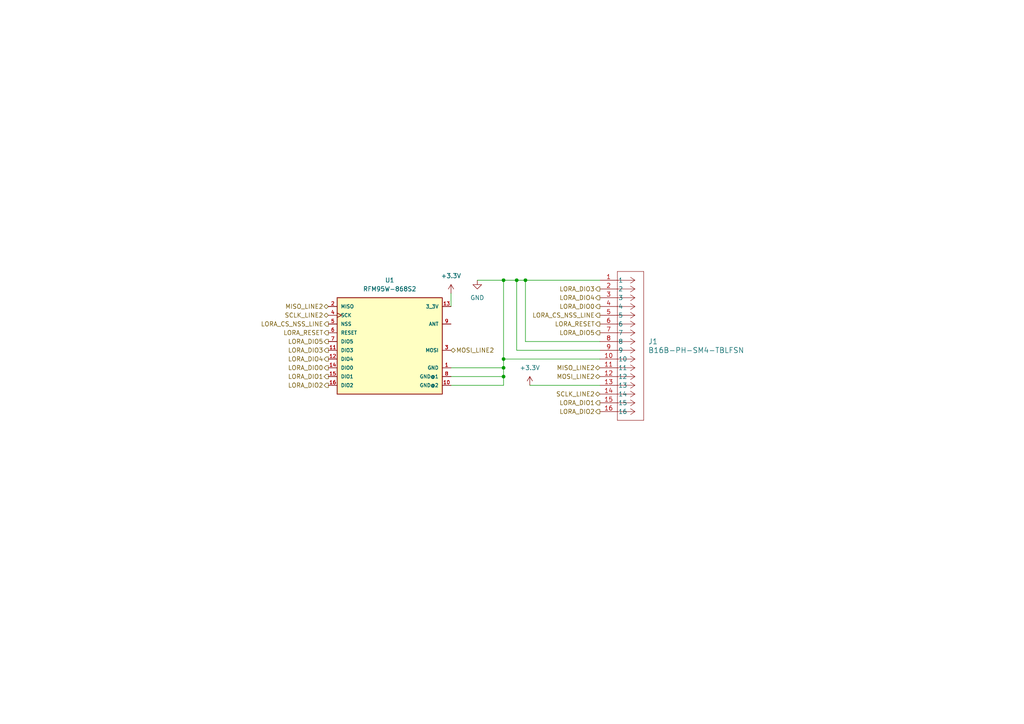
<source format=kicad_sch>
(kicad_sch (version 20250114) (generator "eeschema") (generator_version "9.0")
  (paper "A4")
  (lib_symbols
    (symbol "B16B_PH_SM4_TB_LF__SN_:B16B-PH-SM4-TBLFSN" (pin_names (offset 0.254))
      (property "Reference" "J" (at 8.89 6.35 0))
      (property "Value" "B16B-PH-SM4-TBLFSN" (at 0 0 0))
      (symbol "B16B-PH-SM4-TBLFSN_1_1"
        (polyline (pts (xy 5.08 2.54) (xy 5.08 -40.64)) (stroke (width 0.127)))
        (polyline (pts (xy 5.08 -40.64) (xy 12.7 -40.64)) (stroke (width 0.127)))
        (polyline (pts (xy 10.16 0) (xy 5.08 0)) (stroke (width 0.127)))
        (polyline (pts (xy 10.16 0) (xy 8.89 0.8467)) (stroke (width 0.127)))
        (polyline (pts (xy 10.16 0) (xy 8.89 -0.8467)) (stroke (width 0.127)))
        (polyline (pts (xy 10.16 -2.54) (xy 5.08 -2.54)) (stroke (width 0.127)))
        (polyline (pts (xy 10.16 -2.54) (xy 8.89 -1.6933)) (stroke (width 0.127)))
        (polyline (pts (xy 10.16 -2.54) (xy 8.89 -3.3867)) (stroke (width 0.127)))
        (polyline (pts (xy 10.16 -5.08) (xy 5.08 -5.08)) (stroke (width 0.127)))
        (polyline (pts (xy 10.16 -5.08) (xy 8.89 -4.2333)) (stroke (width 0.127)))
        (polyline (pts (xy 10.16 -5.08) (xy 8.89 -5.9267)) (stroke (width 0.127)))
        (polyline (pts (xy 10.16 -7.62) (xy 5.08 -7.62)) (stroke (width 0.127)))
        (polyline (pts (xy 10.16 -7.62) (xy 8.89 -6.7733)) (stroke (width 0.127)))
        (polyline (pts (xy 10.16 -7.62) (xy 8.89 -8.4667)) (stroke (width 0.127)))
        (polyline (pts (xy 10.16 -10.16) (xy 5.08 -10.16)) (stroke (width 0.127)))
        (polyline (pts (xy 10.16 -10.16) (xy 8.89 -9.3133)) (stroke (width 0.127)))
        (polyline (pts (xy 10.16 -10.16) (xy 8.89 -11.0067)) (stroke (width 0.127)))
        (polyline (pts (xy 10.16 -12.7) (xy 5.08 -12.7)) (stroke (width 0.127)))
        (polyline (pts (xy 10.16 -12.7) (xy 8.89 -11.8533)) (stroke (width 0.127)))
        (polyline (pts (xy 10.16 -12.7) (xy 8.89 -13.5467)) (stroke (width 0.127)))
        (polyline (pts (xy 10.16 -15.24) (xy 5.08 -15.24)) (stroke (width 0.127)))
        (polyline (pts (xy 10.16 -15.24) (xy 8.89 -14.3933)) (stroke (width 0.127)))
        (polyline (pts (xy 10.16 -15.24) (xy 8.89 -16.0867)) (stroke (width 0.127)))
        (polyline (pts (xy 10.16 -17.78) (xy 5.08 -17.78)) (stroke (width 0.127)))
        (polyline (pts (xy 10.16 -17.78) (xy 8.89 -16.9333)) (stroke (width 0.127)))
        (polyline (pts (xy 10.16 -17.78) (xy 8.89 -18.6267)) (stroke (width 0.127)))
        (polyline (pts (xy 10.16 -20.32) (xy 5.08 -20.32)) (stroke (width 0.127)))
        (polyline (pts (xy 10.16 -20.32) (xy 8.89 -19.4733)) (stroke (width 0.127)))
        (polyline (pts (xy 10.16 -20.32) (xy 8.89 -21.1667)) (stroke (width 0.127)))
        (polyline (pts (xy 10.16 -22.86) (xy 5.08 -22.86)) (stroke (width 0.127)))
        (polyline (pts (xy 10.16 -22.86) (xy 8.89 -22.0133)) (stroke (width 0.127)))
        (polyline (pts (xy 10.16 -22.86) (xy 8.89 -23.7067)) (stroke (width 0.127)))
        (polyline (pts (xy 10.16 -25.4) (xy 5.08 -25.4)) (stroke (width 0.127)))
        (polyline (pts (xy 10.16 -25.4) (xy 8.89 -24.5533)) (stroke (width 0.127)))
        (polyline (pts (xy 10.16 -25.4) (xy 8.89 -26.2467)) (stroke (width 0.127)))
        (polyline (pts (xy 10.16 -27.94) (xy 5.08 -27.94)) (stroke (width 0.127)))
        (polyline (pts (xy 10.16 -27.94) (xy 8.89 -27.0933)) (stroke (width 0.127)))
        (polyline (pts (xy 10.16 -27.94) (xy 8.89 -28.7867)) (stroke (width 0.127)))
        (polyline (pts (xy 10.16 -30.48) (xy 5.08 -30.48)) (stroke (width 0.127)))
        (polyline (pts (xy 10.16 -30.48) (xy 8.89 -29.6333)) (stroke (width 0.127)))
        (polyline (pts (xy 10.16 -30.48) (xy 8.89 -31.3267)) (stroke (width 0.127)))
        (polyline (pts (xy 10.16 -33.02) (xy 5.08 -33.02)) (stroke (width 0.127)))
        (polyline (pts (xy 10.16 -33.02) (xy 8.89 -32.1733)) (stroke (width 0.127)))
        (polyline (pts (xy 10.16 -33.02) (xy 8.89 -33.8667)) (stroke (width 0.127)))
        (polyline (pts (xy 10.16 -35.56) (xy 5.08 -35.56)) (stroke (width 0.127)))
        (polyline (pts (xy 10.16 -35.56) (xy 8.89 -34.7133)) (stroke (width 0.127)))
        (polyline (pts (xy 10.16 -35.56) (xy 8.89 -36.4067)) (stroke (width 0.127)))
        (polyline (pts (xy 10.16 -38.1) (xy 5.08 -38.1)) (stroke (width 0.127)))
        (polyline (pts (xy 10.16 -38.1) (xy 8.89 -37.2533)) (stroke (width 0.127)))
        (polyline (pts (xy 10.16 -38.1) (xy 8.89 -38.9467)) (stroke (width 0.127)))
        (polyline (pts (xy 12.7 2.54) (xy 5.08 2.54)) (stroke (width 0.127)))
        (polyline (pts (xy 12.7 -40.64) (xy 12.7 2.54)) (stroke (width 0.127)))
        (pin unspecified line (at 0 0 0) (length 5.08) (name "1") (number "1"))
        (pin unspecified line (at 0 -2.54 0) (length 5.08) (name "2") (number "2"))
        (pin unspecified line (at 0 -5.08 0) (length 5.08) (name "3") (number "3"))
        (pin unspecified line (at 0 -7.62 0) (length 5.08) (name "4") (number "4"))
        (pin unspecified line (at 0 -10.16 0) (length 5.08) (name "5") (number "5"))
        (pin unspecified line (at 0 -12.7 0) (length 5.08) (name "6") (number "6"))
        (pin unspecified line (at 0 -15.24 0) (length 5.08) (name "7") (number "7"))
        (pin unspecified line (at 0 -17.78 0) (length 5.08) (name "8") (number "8"))
        (pin unspecified line (at 0 -20.32 0) (length 5.08) (name "9") (number "9"))
        (pin unspecified line (at 0 -22.86 0) (length 5.08) (name "10") (number "10"))
        (pin unspecified line (at 0 -25.4 0) (length 5.08) (name "11") (number "11"))
        (pin unspecified line (at 0 -27.94 0) (length 5.08) (name "12") (number "12"))
        (pin unspecified line (at 0 -30.48 0) (length 5.08) (name "13") (number "13"))
        (pin unspecified line (at 0 -33.02 0) (length 5.08) (name "14") (number "14"))
        (pin unspecified line (at 0 -35.56 0) (length 5.08) (name "15") (number "15"))
        (pin unspecified line (at 0 -38.1 0) (length 5.08) (name "16") (number "16"))
      )
      (symbol "B16B-PH-SM4-TBLFSN_1_2"
        (polyline (pts (xy 5.08 2.54) (xy 5.08 -40.64)) (stroke (width 0.127)))
        (polyline (pts (xy 5.08 -40.64) (xy 12.7 -40.64)) (stroke (width 0.127)))
        (polyline (pts (xy 7.62 0) (xy 5.08 0)) (stroke (width 0.127)))
        (polyline (pts (xy 7.62 0) (xy 8.89 0.8467)) (stroke (width 0.127)))
        (polyline (pts (xy 7.62 0) (xy 8.89 -0.8467)) (stroke (width 0.127)))
        (polyline (pts (xy 7.62 -2.54) (xy 5.08 -2.54)) (stroke (width 0.127)))
        (polyline (pts (xy 7.62 -2.54) (xy 8.89 -1.6933)) (stroke (width 0.127)))
        (polyline (pts (xy 7.62 -2.54) (xy 8.89 -3.3867)) (stroke (width 0.127)))
        (polyline (pts (xy 7.62 -5.08) (xy 5.08 -5.08)) (stroke (width 0.127)))
        (polyline (pts (xy 7.62 -5.08) (xy 8.89 -4.2333)) (stroke (width 0.127)))
        (polyline (pts (xy 7.62 -5.08) (xy 8.89 -5.9267)) (stroke (width 0.127)))
        (polyline (pts (xy 7.62 -7.62) (xy 5.08 -7.62)) (stroke (width 0.127)))
        (polyline (pts (xy 7.62 -7.62) (xy 8.89 -6.7733)) (stroke (width 0.127)))
        (polyline (pts (xy 7.62 -7.62) (xy 8.89 -8.4667)) (stroke (width 0.127)))
        (polyline (pts (xy 7.62 -10.16) (xy 5.08 -10.16)) (stroke (width 0.127)))
        (polyline (pts (xy 7.62 -10.16) (xy 8.89 -9.3133)) (stroke (width 0.127)))
        (polyline (pts (xy 7.62 -10.16) (xy 8.89 -11.0067)) (stroke (width 0.127)))
        (polyline (pts (xy 7.62 -12.7) (xy 5.08 -12.7)) (stroke (width 0.127)))
        (polyline (pts (xy 7.62 -12.7) (xy 8.89 -11.8533)) (stroke (width 0.127)))
        (polyline (pts (xy 7.62 -12.7) (xy 8.89 -13.5467)) (stroke (width 0.127)))
        (polyline (pts (xy 7.62 -15.24) (xy 5.08 -15.24)) (stroke (width 0.127)))
        (polyline (pts (xy 7.62 -15.24) (xy 8.89 -14.3933)) (stroke (width 0.127)))
        (polyline (pts (xy 7.62 -15.24) (xy 8.89 -16.0867)) (stroke (width 0.127)))
        (polyline (pts (xy 7.62 -17.78) (xy 5.08 -17.78)) (stroke (width 0.127)))
        (polyline (pts (xy 7.62 -17.78) (xy 8.89 -16.9333)) (stroke (width 0.127)))
        (polyline (pts (xy 7.62 -17.78) (xy 8.89 -18.6267)) (stroke (width 0.127)))
        (polyline (pts (xy 7.62 -20.32) (xy 5.08 -20.32)) (stroke (width 0.127)))
        (polyline (pts (xy 7.62 -20.32) (xy 8.89 -19.4733)) (stroke (width 0.127)))
        (polyline (pts (xy 7.62 -20.32) (xy 8.89 -21.1667)) (stroke (width 0.127)))
        (polyline (pts (xy 7.62 -22.86) (xy 5.08 -22.86)) (stroke (width 0.127)))
        (polyline (pts (xy 7.62 -22.86) (xy 8.89 -22.0133)) (stroke (width 0.127)))
        (polyline (pts (xy 7.62 -22.86) (xy 8.89 -23.7067)) (stroke (width 0.127)))
        (polyline (pts (xy 7.62 -25.4) (xy 5.08 -25.4)) (stroke (width 0.127)))
        (polyline (pts (xy 7.62 -25.4) (xy 8.89 -24.5533)) (stroke (width 0.127)))
        (polyline (pts (xy 7.62 -25.4) (xy 8.89 -26.2467)) (stroke (width 0.127)))
        (polyline (pts (xy 7.62 -27.94) (xy 5.08 -27.94)) (stroke (width 0.127)))
        (polyline (pts (xy 7.62 -27.94) (xy 8.89 -27.0933)) (stroke (width 0.127)))
        (polyline (pts (xy 7.62 -27.94) (xy 8.89 -28.7867)) (stroke (width 0.127)))
        (polyline (pts (xy 7.62 -30.48) (xy 5.08 -30.48)) (stroke (width 0.127)))
        (polyline (pts (xy 7.62 -30.48) (xy 8.89 -29.6333)) (stroke (width 0.127)))
        (polyline (pts (xy 7.62 -30.48) (xy 8.89 -31.3267)) (stroke (width 0.127)))
        (polyline (pts (xy 7.62 -33.02) (xy 5.08 -33.02)) (stroke (width 0.127)))
        (polyline (pts (xy 7.62 -33.02) (xy 8.89 -32.1733)) (stroke (width 0.127)))
        (polyline (pts (xy 7.62 -33.02) (xy 8.89 -33.8667)) (stroke (width 0.127)))
        (polyline (pts (xy 7.62 -35.56) (xy 5.08 -35.56)) (stroke (width 0.127)))
        (polyline (pts (xy 7.62 -35.56) (xy 8.89 -34.7133)) (stroke (width 0.127)))
        (polyline (pts (xy 7.62 -35.56) (xy 8.89 -36.4067)) (stroke (width 0.127)))
        (polyline (pts (xy 7.62 -38.1) (xy 5.08 -38.1)) (stroke (width 0.127)))
        (polyline (pts (xy 7.62 -38.1) (xy 8.89 -37.2533)) (stroke (width 0.127)))
        (polyline (pts (xy 7.62 -38.1) (xy 8.89 -38.9467)) (stroke (width 0.127)))
        (polyline (pts (xy 12.7 2.54) (xy 5.08 2.54)) (stroke (width 0.127)))
        (polyline (pts (xy 12.7 -40.64) (xy 12.7 2.54)) (stroke (width 0.127)))
        (pin unspecified line (at 0 0 0) (length 5.08) (name "1") (number "1"))
        (pin unspecified line (at 0 -2.54 0) (length 5.08) (name "2") (number "2"))
        (pin unspecified line (at 0 -5.08 0) (length 5.08) (name "3") (number "3"))
        (pin unspecified line (at 0 -7.62 0) (length 5.08) (name "4") (number "4"))
        (pin unspecified line (at 0 -10.16 0) (length 5.08) (name "5") (number "5"))
        (pin unspecified line (at 0 -12.7 0) (length 5.08) (name "6") (number "6"))
        (pin unspecified line (at 0 -15.24 0) (length 5.08) (name "7") (number "7"))
        (pin unspecified line (at 0 -17.78 0) (length 5.08) (name "8") (number "8"))
        (pin unspecified line (at 0 -20.32 0) (length 5.08) (name "9") (number "9"))
        (pin unspecified line (at 0 -22.86 0) (length 5.08) (name "10") (number "10"))
        (pin unspecified line (at 0 -25.4 0) (length 5.08) (name "11") (number "11"))
        (pin unspecified line (at 0 -27.94 0) (length 5.08) (name "12") (number "12"))
        (pin unspecified line (at 0 -30.48 0) (length 5.08) (name "13") (number "13"))
        (pin unspecified line (at 0 -33.02 0) (length 5.08) (name "14") (number "14"))
        (pin unspecified line (at 0 -35.56 0) (length 5.08) (name "15") (number "15"))
        (pin unspecified line (at 0 -38.1 0) (length 5.08) (name "16") (number "16"))
      )
    )
    (symbol "RFM95W-868S2:RFM95W-868S2" (pin_names (offset 1.016))
      (property "Reference" "U" (at -15.2563 13.9849 0))
      (property "Value" "RFM95W-868S2" (at -15.265 -17.8092 0))
      (symbol "RFM95W-868S2_0_0"
        (rectangle (start -15.24 -15.24) (end 15.24 12.7) (stroke (width 0.254)) (fill (type background)))
        (pin input line (at -17.78 10.16 0) (length 2.54) (name "MISO") (number "2"))
        (pin input clock (at -17.78 7.62 0) (length 2.54) (name "SCK") (number "4"))
        (pin input line (at -17.78 5.08 0) (length 2.54) (name "NSS") (number "5"))
        (pin bidirectional line (at -17.78 2.54 0) (length 2.54) (name "RESET") (number "6"))
        (pin bidirectional line (at -17.78 0 0) (length 2.54) (name "DIO5") (number "7"))
        (pin bidirectional line (at -17.78 -2.54 0) (length 2.54) (name "DIO3") (number "11"))
        (pin bidirectional line (at -17.78 -5.08 0) (length 2.54) (name "DIO4") (number "12"))
        (pin bidirectional line (at -17.78 -7.62 0) (length 2.54) (name "DIO0") (number "14"))
        (pin bidirectional line (at -17.78 -10.16 0) (length 2.54) (name "DIO1") (number "15"))
        (pin bidirectional line (at -17.78 -12.7 0) (length 2.54) (name "DIO2") (number "16"))
        (pin power_in line (at 17.78 10.16 180) (length 2.54) (name "3_3V") (number "13"))
        (pin passive line (at 17.78 5.08 180) (length 2.54) (name "ANT") (number "9"))
        (pin output line (at 17.78 -2.54 180) (length 2.54) (name "MOSI") (number "3"))
        (pin power_in line (at 17.78 -7.62 180) (length 2.54) (name "GND") (number "1"))
        (pin power_in line (at 17.78 -10.16 180) (length 2.54) (name "GND@1") (number "8"))
        (pin power_in line (at 17.78 -12.7 180) (length 2.54) (name "GND@2") (number "10"))
      )
    )
    (symbol "power:+3.3V" (power) (pin_names (offset 0))
      (property "Value" "+3.3V" (at 0 3.556 0))
      (symbol "+3.3V_0_1"
        (polyline (pts (xy -0.762 1.27) (xy 0 2.54)))
        (polyline (pts (xy 0 2.54) (xy 0.762 1.27)))
        (polyline (pts (xy 0 0) (xy 0 2.54)))
      )
      (symbol "+3.3V_1_1"
        (pin power_in line (at 0 0 90) (length 0) (hide yes) (name "+3V3") (number "1"))
      )
    )
    (symbol "power:GND" (power) (pin_names (offset 0))
      (property "Value" "GND" (at 0 -3.81 0))
      (symbol "GND_0_1"
        (polyline (pts (xy 0 0) (xy 0 -1.27) (xy 1.27 -1.27) (xy 0 -2.54) (xy -1.27 -1.27) (xy 0 -1.27)))
      )
      (symbol "GND_1_1"
        (pin power_in line (at 0 0 270) (length 0) (hide yes) (name "GND") (number "1"))
      )
    )
  )
  (junction (at 152.4 81.28))
  (junction (at 146.05 106.68))
  (junction (at 146.05 81.28))
  (junction (at 146.05 104.14))
  (junction (at 146.05 109.22))
  (junction (at 149.86 81.28))
  (wire (pts (xy 153.67 111.76) (xy 173.99 111.76)))
  (wire (pts (xy 130.81 109.22) (xy 146.05 109.22)))
  (wire (pts (xy 130.81 106.68) (xy 146.05 106.68)))
  (wire (pts (xy 130.81 85.09) (xy 130.81 88.9)))
  (wire (pts (xy 130.81 111.76) (xy 146.05 111.76)))
  (wire (pts (xy 146.05 106.68) (xy 146.05 104.14)))
  (wire (pts (xy 149.86 101.6) (xy 149.86 81.28)))
  (wire (pts (xy 146.05 111.76) (xy 146.05 109.22)))
  (wire (pts (xy 146.05 109.22) (xy 146.05 106.68)))
  (wire (pts (xy 173.99 101.6) (xy 149.86 101.6)))
  (wire (pts (xy 149.86 81.28) (xy 152.4 81.28)))
  (wire (pts (xy 152.4 81.28) (xy 173.99 81.28)))
  (wire (pts (xy 173.99 104.14) (xy 146.05 104.14)))
  (wire (pts (xy 173.99 99.06) (xy 152.4 99.06)))
  (wire (pts (xy 138.43 81.28) (xy 146.05 81.28)))
  (wire (pts (xy 152.4 99.06) (xy 152.4 81.28)))
  (wire (pts (xy 146.05 81.28) (xy 149.86 81.28)))
  (wire (pts (xy 146.05 104.14) (xy 146.05 81.28)))
  (hierarchical_label "LORA_DIO1" (shape output) (at 95.25 109.22 180))
  (hierarchical_label "LORA_DIO3" (shape output) (at 95.25 101.6 180))
  (hierarchical_label "LORA_CS_NSS_LINE" (shape output) (at 173.99 91.44 180))
  (hierarchical_label "LORA_DIO4" (shape output) (at 95.25 104.14 180))
  (hierarchical_label "MISO_LINE2" (shape bidirectional) (at 173.99 106.68 180))
  (hierarchical_label "LORA_DIO5" (shape output) (at 95.25 99.06 180))
  (hierarchical_label "LORA_DIO2" (shape output) (at 173.99 119.38 180))
  (hierarchical_label "LORA_DIO0" (shape output) (at 173.99 88.9 180))
  (hierarchical_label "MOSI_LINE2" (shape bidirectional) (at 173.99 109.22 180))
  (hierarchical_label "SCLK_LINE2" (shape bidirectional) (at 95.25 91.44 180))
  (hierarchical_label "MOSI_LINE2" (shape bidirectional) (at 130.81 101.6 0))
  (hierarchical_label "LORA_DIO3" (shape output) (at 173.99 83.82 180))
  (hierarchical_label "LORA_RESET" (shape output) (at 95.25 96.52 180))
  (hierarchical_label "MISO_LINE2" (shape bidirectional) (at 95.25 88.9 180))
  (hierarchical_label "LORA_DIO5" (shape output) (at 173.99 96.52 180))
  (hierarchical_label "LORA_RESET" (shape output) (at 173.99 93.98 180))
  (hierarchical_label "LORA_DIO0" (shape output) (at 95.25 106.68 180))
  (hierarchical_label "SCLK_LINE2" (shape bidirectional) (at 173.99 114.3 180))
  (hierarchical_label "LORA_CS_NSS_LINE" (shape output) (at 95.25 93.98 180))
  (hierarchical_label "LORA_DIO4" (shape output) (at 173.99 86.36 180))
  (hierarchical_label "LORA_DIO1" (shape output) (at 173.99 116.84 180))
  (hierarchical_label "LORA_DIO2" (shape output) (at 95.25 111.76 180))
  (symbol (lib_id "power:+3.3V") (at 130.81 85.09 0) (unit 1)
    (property "Reference" "#PWR03" (effects (hide yes)))
    (property "Value" "+3.3V" (at 130.81 80.01 0))
  )
  (symbol (lib_id "RFM95W-868S2:RFM95W-868S2") (at 113.03 99.06 0) (unit 1)
    (property "Reference" "U1" (at 113.03 81.28 0))
    (property "Value" "RFM95W-868S2" (at 113.03 83.82 0))
    (property "Footprint" "RFM95W-868S2:XCVR_RFM95W-868S2" (effects (hide yes)))
    (property "MF" "RF Solutions" (effects (hide yes)))
    (property "Description_1" "General ISM < 1GHz LoRa™ Transceiver Module 868MHz Antenna Not Included Surface Mount" (effects (hide yes)))
    (property "Package" "Non Standard RF Solutions" (effects (hide yes)))
    (property "Price" "None" (effects (hide yes)))
    (property "Check_prices" "https://www.snapeda.com/parts/RFM95W-868S2/RF/view-part/?ref=eda" (effects (hide yes)))
    (property "SnapEDA_Link" "https://www.snapeda.com/parts/RFM95W-868S2/RF/view-part/?ref=snap" (effects (hide yes)))
    (property "MP" "RFM95W-868S2" (effects (hide yes)))
    (property "Availability" "In Stock" (effects (hide yes)))
    (property "MANUFACTURER" "RF Solution" (effects (hide yes)))
  )
  (symbol (lib_id "power:GND") (at 138.43 81.28 0) (unit 1)
    (property "Reference" "#PWR02" (effects (hide yes)))
    (property "Value" "GND" (at 138.43 86.36 0))
  )
  (symbol (lib_id "B16B_PH_SM4_TB_LF__SN_:B16B-PH-SM4-TBLFSN") (at 173.99 81.28 0) (unit 1)
    (property "Reference" "J1" (at 187.96 99.0599 0) (effects (font (size 1.524 1.524)) (justify left)))
    (property "Value" "B16B-PH-SM4-TBLFSN" (at 187.96 101.5999 0) (effects (font (size 1.524 1.524)) (justify left)))
    (property "Footprint" "CONN_B16B-PH-SM4-TB_JST" (effects (hide yes)))
    (property "Datasheet" "B16B-PH-SM4-TBLFSN" (effects (hide yes)))
  )
  (symbol (lib_id "power:+3.3V") (at 153.67 111.76 0) (unit 1)
    (property "Reference" "#PWR01" (effects (hide yes)))
    (property "Value" "+3.3V" (at 153.67 106.68 0))
  )
)
</source>
